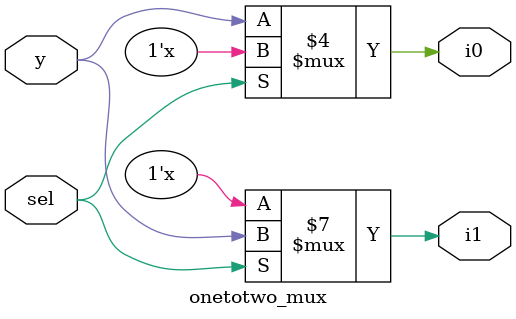
<source format=v>
module onetotwo_mux (i0,i1,sel,y);
input y;
input sel;
output  reg i0,i1;
initial 
begin
if(sel==0)
	i0=y;
else
	i1=y;
end

endmodule

</source>
